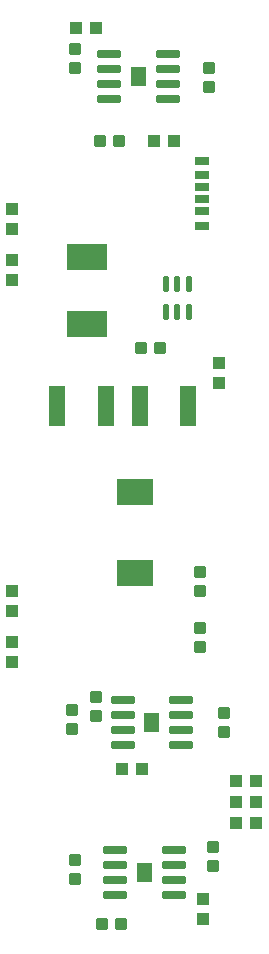
<source format=gbr>
%TF.GenerationSoftware,Altium Limited,Altium Designer,22.2.1 (43)*%
G04 Layer_Color=128*
%FSLAX45Y45*%
%MOMM*%
%TF.SameCoordinates,1A700276-89F6-4FF8-B3D7-4A67EA63658B*%
%TF.FilePolarity,Positive*%
%TF.FileFunction,Paste,Bot*%
%TF.Part,Single*%
G01*
G75*
%TA.AperFunction,SMDPad,CuDef*%
G04:AMPARAMS|DCode=15|XSize=0.94mm|YSize=1.02mm|CornerRadius=0.094mm|HoleSize=0mm|Usage=FLASHONLY|Rotation=270.000|XOffset=0mm|YOffset=0mm|HoleType=Round|Shape=RoundedRectangle|*
%AMROUNDEDRECTD15*
21,1,0.94000,0.83200,0,0,270.0*
21,1,0.75200,1.02000,0,0,270.0*
1,1,0.18800,-0.41600,-0.37600*
1,1,0.18800,-0.41600,0.37600*
1,1,0.18800,0.41600,0.37600*
1,1,0.18800,0.41600,-0.37600*
%
%ADD15ROUNDEDRECTD15*%
%ADD16R,1.00000X1.10000*%
%ADD17R,1.10000X1.00000*%
%TA.AperFunction,ConnectorPad*%
%ADD18R,1.20000X0.80000*%
%ADD19R,1.20000X0.76000*%
%ADD20R,1.20000X0.70000*%
%TA.AperFunction,SMDPad,CuDef*%
%ADD21R,3.12000X2.29000*%
%ADD22R,1.37160X3.40360*%
G04:AMPARAMS|DCode=23|XSize=0.94mm|YSize=1.02mm|CornerRadius=0.094mm|HoleSize=0mm|Usage=FLASHONLY|Rotation=180.000|XOffset=0mm|YOffset=0mm|HoleType=Round|Shape=RoundedRectangle|*
%AMROUNDEDRECTD23*
21,1,0.94000,0.83200,0,0,180.0*
21,1,0.75200,1.02000,0,0,180.0*
1,1,0.18800,-0.37600,0.41600*
1,1,0.18800,0.37600,0.41600*
1,1,0.18800,0.37600,-0.41600*
1,1,0.18800,-0.37600,-0.41600*
%
%ADD23ROUNDEDRECTD23*%
G04:AMPARAMS|DCode=24|XSize=1.97mm|YSize=0.6mm|CornerRadius=0.075mm|HoleSize=0mm|Usage=FLASHONLY|Rotation=180.000|XOffset=0mm|YOffset=0mm|HoleType=Round|Shape=RoundedRectangle|*
%AMROUNDEDRECTD24*
21,1,1.97000,0.45000,0,0,180.0*
21,1,1.82000,0.60000,0,0,180.0*
1,1,0.15000,-0.91000,0.22500*
1,1,0.15000,0.91000,0.22500*
1,1,0.15000,0.91000,-0.22500*
1,1,0.15000,-0.91000,-0.22500*
%
%ADD24ROUNDEDRECTD24*%
G04:AMPARAMS|DCode=26|XSize=1.37mm|YSize=0.59mm|CornerRadius=0.1475mm|HoleSize=0mm|Usage=FLASHONLY|Rotation=90.000|XOffset=0mm|YOffset=0mm|HoleType=Round|Shape=RoundedRectangle|*
%AMROUNDEDRECTD26*
21,1,1.37000,0.29500,0,0,90.0*
21,1,1.07500,0.59000,0,0,90.0*
1,1,0.29500,0.14750,0.53750*
1,1,0.29500,0.14750,-0.53750*
1,1,0.29500,-0.14750,-0.53750*
1,1,0.29500,-0.14750,0.53750*
%
%ADD26ROUNDEDRECTD26*%
%ADD27R,3.50520X2.26060*%
G36*
X14642101Y4883700D02*
X14771100D01*
Y5047700D01*
X14642101D01*
Y4883700D01*
D02*
G37*
G36*
X14705600Y6153700D02*
X14834599D01*
Y6317700D01*
X14705600D01*
Y6153700D01*
D02*
G37*
G36*
X14591299Y11627400D02*
X14720300D01*
Y11791400D01*
X14591299D01*
Y11627400D01*
D02*
G37*
D15*
X15176500Y7508499D02*
D03*
Y7350501D02*
D03*
X15252699Y11775699D02*
D03*
Y11617701D02*
D03*
X14122400Y11940799D02*
D03*
Y11782801D02*
D03*
X14097000Y6340099D02*
D03*
Y6182101D02*
D03*
X14300200Y6454399D02*
D03*
Y6296401D02*
D03*
X15379700Y6314699D02*
D03*
Y6156701D02*
D03*
X15290800Y5026401D02*
D03*
Y5184399D02*
D03*
X14122400Y5070099D02*
D03*
Y4912101D02*
D03*
X15176500Y6880601D02*
D03*
Y7038599D02*
D03*
D16*
X15341600Y9279799D02*
D03*
Y9109801D02*
D03*
X15201900Y4745899D02*
D03*
Y4575901D02*
D03*
X13589000Y10417901D02*
D03*
Y10587899D02*
D03*
Y9986101D02*
D03*
Y10156099D02*
D03*
Y6747601D02*
D03*
Y6917599D02*
D03*
Y7183303D02*
D03*
Y7353300D02*
D03*
D17*
X14689999Y5842000D02*
D03*
X14520001D02*
D03*
X15655199Y5562600D02*
D03*
X15485201D02*
D03*
X15655199Y5384800D02*
D03*
X15485201D02*
D03*
Y5740400D02*
D03*
X15655199D02*
D03*
X14956699Y11163300D02*
D03*
X14786700D02*
D03*
X14296300Y12115800D02*
D03*
X14126302D02*
D03*
D18*
X15194901Y10993999D02*
D03*
Y10444002D02*
D03*
D19*
Y10871002D02*
D03*
Y10566999D02*
D03*
D20*
Y10769001D02*
D03*
Y10669001D02*
D03*
D21*
X14630400Y7505598D02*
D03*
Y8191602D02*
D03*
D22*
X13967461Y8915400D02*
D03*
X14378940D02*
D03*
X15077440D02*
D03*
X14665961D02*
D03*
D23*
X14678401Y9410700D02*
D03*
X14836398D02*
D03*
X14493500Y11163300D02*
D03*
X14335501D02*
D03*
X14506200Y4533900D02*
D03*
X14348201D02*
D03*
D24*
X14903297Y11899900D02*
D03*
Y11772900D02*
D03*
Y11645900D02*
D03*
Y11518900D02*
D03*
X14408302Y11645900D02*
D03*
Y11772900D02*
D03*
Y11899900D02*
D03*
Y11518900D02*
D03*
X15017598Y6426200D02*
D03*
Y6299200D02*
D03*
Y6172200D02*
D03*
Y6045200D02*
D03*
X14522601D02*
D03*
Y6172200D02*
D03*
Y6299200D02*
D03*
Y6426200D02*
D03*
X14459097Y5156200D02*
D03*
Y5029200D02*
D03*
Y4902200D02*
D03*
Y4775200D02*
D03*
X14954092D02*
D03*
Y4902200D02*
D03*
Y5029200D02*
D03*
Y5156200D02*
D03*
D26*
X14890999Y9712803D02*
D03*
X14986000D02*
D03*
X15081001D02*
D03*
Y9946803D02*
D03*
X14986000D02*
D03*
X14890999D02*
D03*
D27*
X14224001Y10175240D02*
D03*
Y9611360D02*
D03*
%TF.MD5,594967f0819ad6e8417b4820ea9d60fc*%
M02*

</source>
